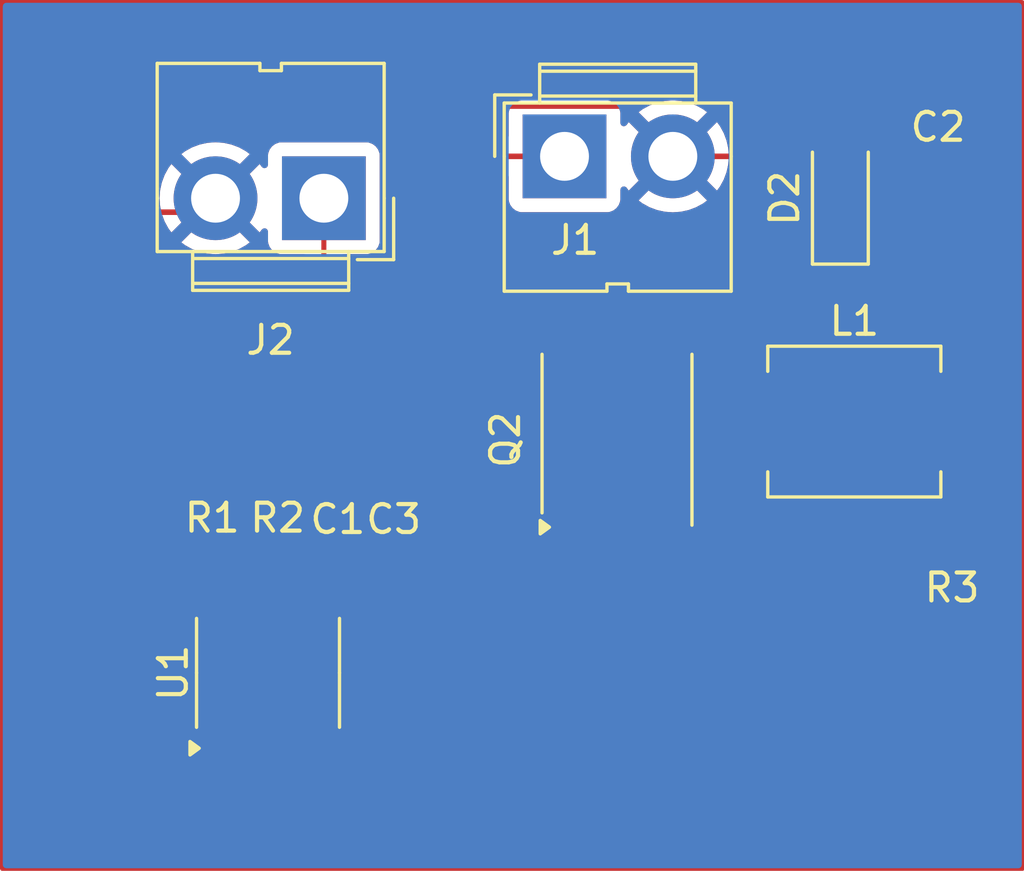
<source format=kicad_pcb>
(kicad_pcb (version 20240108) (generator "pcbnew") (generator_version "8.0")
  (layers (0 "F.Cu" signal) (31 "B.Cu" signal) (34 "B.Paste" user) (35 "F.Paste" user) (36 "B.SilkS" user "B.Silkscreen") (37 "F.SilkS" user "F.Silkscreen") (38 "B.Mask" user) (39 "F.Mask" user) (44 "Edge.Cuts" user))
  (net 0 "")
  (net 1 "Net-(U1-THR)")
  (net 2 "GND")
  (net 3 "Net-(C2-Pad1)")
  (net 4 "Net-(U1-CV)")
  (net 5 "Net-(D2-K)")
  (net 6 "Net-(J1-Pin_1)")
  (net 7 "Net-(J2-Pin_1)")
  (net 8 "Net-(Q2-G)")
  (net 9 "Net-(U1-DIS)")
  (footprint "Resistor_SMD:R_0201_0603Metric" (layer "F.Cu") (at 180 90.5)
    (property "Reference" "R1" (at 0 -1.05 360) (layer "F.SilkS"))
    (property "Value" "2.2k" (hide yes))
    (pad "1" smd roundrect (at -0.32 0) (size 0.46 0.4) (layers "F.Cu" "F.Mask") (net 7 "Net-(J2-Pin_1)"))
    (pad "2" smd roundrect (at 0.32 0) (size 0.46 0.4) (layers "F.Cu" "F.Mask") (net 9 "Net-(U1-DIS)"))
  )
  (footprint "Resistor_SMD:R_0201_0603Metric" (layer "F.Cu") (at 182.345 90.5)
    (property "Reference" "R2" (at 0 -1.05 360) (layer "F.SilkS"))
    (property "Value" "9.1k" (hide yes))
    (pad "1" smd roundrect (at -0.32 0) (size 0.46 0.4) (layers "F.Cu" "F.Mask") (net 9 "Net-(U1-DIS)"))
    (pad "2" smd roundrect (at 0.32 0) (size 0.46 0.4) (layers "F.Cu" "F.Mask") (net 1 "Net-(U1-THR)"))
  )
  (footprint "Connector:JWT_A3963_1x02_P3.96mm_Vertical" (layer "F.Cu") (at 184 78 180)
    (property "Reference" "J2" (at 1.91 -5.08 360) (layer "F.SilkS"))
    (property "Value" "Conn_01x02_Pin")
    (fp_line (start 5.97 4.83) (end 5.97 0) (stroke (width 0.12)) (layer "F.SilkS"))
    (fp_line (start 5.97 -1.91) (end 5.97 0) (stroke (width 0.12)) (layer "F.SilkS"))
    (fp_line (start 4.7 -1.91) (end 4.7 -3.3) (stroke (width 0.12)) (layer "F.SilkS"))
    (fp_line (start 2.29 4.83) (end 5.97 4.83) (stroke (width 0.12)) (layer "F.SilkS"))
    (fp_line (start 2.29 4.57) (end 2.29 4.83) (stroke (width 0.12)) (layer "F.SilkS"))
    (fp_line (start 1.52 4.83) (end 1.52 4.57) (stroke (width 0.12)) (layer "F.SilkS"))
    (fp_line (start 1.52 4.83) (end -2.16 4.83) (stroke (width 0.12)) (layer "F.SilkS"))
    (fp_line (start 1.52 4.57) (end 2.29 4.57) (stroke (width 0.12)) (layer "F.SilkS"))
    (fp_line (start -0.89 -1.91) (end -0.89 -3.3) (stroke (width 0.12)) (layer "F.SilkS"))
    (fp_line (start -0.89 -2.16) (end 4.7 -2.16) (stroke (width 0.12)) (layer "F.SilkS"))
    (fp_line (start -0.89 -3.05) (end 4.7 -3.05) (stroke (width 0.12)) (layer "F.SilkS"))
    (fp_line (start -0.89 -3.3) (end 4.7 -3.3) (stroke (width 0.12)) (layer "F.SilkS"))
    (fp_line (start -1.2 -2.2) (end -2.5 -2.2) (stroke (width 0.12)) (layer "F.SilkS"))
    (fp_line (start -2.16 0) (end -2.16 4.83) (stroke (width 0.12)) (layer "F.SilkS"))
    (fp_line (start -2.16 -1.91) (end 5.97 -1.91) (stroke (width 0.12)) (layer "F.SilkS"))
    (fp_line (start -2.16 -1.91) (end -2.16 0) (stroke (width 0.12)) (layer "F.SilkS"))
    (fp_line (start -2.5 -2.2) (end -2.5 0) (stroke (width 0.12)) (layer "F.SilkS"))
    (pad "1" thru_hole rect (at 0 0 180) (size 3 3) (drill 1.75) (layers "*.Cu" "*.Mask") (net 7 "Net-(J2-Pin_1)"))
    (pad "2" thru_hole circle (at 3.88 0 180) (size 3 3) (drill 1.75) (layers "*.Cu" "*.Mask") (net 2 "GND"))
  )
  (footprint "Capacitor_SMD:C_0201_0603Metric" (layer "F.Cu") (at 184.345 90.5)
    (property "Reference" "C1" (at 0.155 -1 360) (layer "F.SilkS"))
    (property "Value" "680p" (hide yes))
    (pad "1" smd roundrect (at -0.32 0) (size 0.46 0.4) (layers "F.Cu" "F.Mask") (net 1 "Net-(U1-THR)"))
    (pad "2" smd roundrect (at 0.32 0) (size 0.46 0.4) (layers "F.Cu" "F.Mask") (net 2 "GND"))
  )
  (footprint "Inductor_SMD:L_Neosid_SM-PIC0512H" (layer "F.Cu") (at 203 86)
    (property "Reference" "L1" (at 0 -3.6 360) (layer "F.SilkS"))
    (property "Value" "37u")
    (fp_line (start -3.1 -2.7) (end -3.1 -1.8) (stroke (width 0.12)) (layer "F.SilkS"))
    (fp_line (start -3.1 2.7) (end -3.1 1.8) (stroke (width 0.12)) (layer "F.SilkS"))
    (fp_line (start 3.1 -2.7) (end -3.1 -2.7) (stroke (width 0.12)) (layer "F.SilkS"))
    (fp_line (start 3.1 -2.7) (end 3.1 -1.8) (stroke (width 0.12)) (layer "F.SilkS"))
    (fp_line (start 3.1 1.8) (end 3.1 2.7) (stroke (width 0.12)) (layer "F.SilkS"))
    (fp_line (start 3.1 2.7) (end -3.1 2.7) (stroke (width 0.12)) (layer "F.SilkS"))
    (pad "1" smd rect (at -2.5 0 180) (size 2 2.5) (layers "F.Cu" "F.Paste" "F.Mask") (net 5 "Net-(D2-K)"))
    (pad "2" smd rect (at 2.5 0 180) (size 2 2.5) (layers "F.Cu" "F.Paste" "F.Mask") (net 3 "Net-(C2-Pad1)"))
  )
  (footprint "Package_TO_SOT_SMD:TDSON-8-1" (layer "F.Cu") (at 194.5 86.65 90)
    (property "Reference" "Q2" (at 0 -4 90) (layer "F.SilkS"))
    (property "Value" "BSC082N10LS" (hide yes))
    (fp_line (start 3.06 -2.685) (end -2.62 -2.685) (stroke (width 0.12)) (layer "F.SilkS"))
    (fp_line (start 3.06 2.685) (end -3.06 2.685) (stroke (width 0.12)) (layer "F.SilkS"))
    (fp_poly (pts (xy -3.131622 -2.42027) (xy -3.371622 -2.75027) (xy -2.891622 -2.75027) (xy -3.131622 -2.42027)) (stroke (width 0.12)) (fill solid) (layer "F.SilkS"))
    (pad "1" smd roundrect (at -2.9 -1.905 90) (size 0.85 0.5) (layers "F.Cu" "F.Paste" "F.Mask") (net 6 "Net-(J1-Pin_1)"))
    (pad "2" smd roundrect (at -2.9 -0.635 90) (size 0.85 0.5) (layers "F.Cu" "F.Paste" "F.Mask") (net 6 "Net-(J1-Pin_1)"))
    (pad "3" smd roundrect (at -2.9 0.635 90) (size 0.85 0.5) (layers "F.Cu" "F.Paste" "F.Mask") (net 6 "Net-(J1-Pin_1)"))
    (pad "4" smd roundrect (at -2.9 1.905 90) (size 0.85 0.5) (layers "F.Cu" "F.Paste" "F.Mask") (net 8 "Net-(Q2-G)"))
    (pad "5" smd rect (at 1.05 0 90) (size 4.55 4.41) (layers "F.Cu") (net 5 "Net-(D2-K)"))
  )
  (footprint "Capacitor_SMD:C_0201_0603Metric" (layer "F.Cu") (at 206 76.5)
    (property "Reference" "C2" (at 0 -1.05 0) (layer "F.SilkS"))
    (property "Value" "32u" (hide yes))
    (pad "1" smd roundrect (at -0.32 0) (size 0.46 0.4) (layers "F.Cu" "F.Mask") (net 3 "Net-(C2-Pad1)"))
    (pad "2" smd roundrect (at 0.32 0) (size 0.46 0.4) (layers "F.Cu" "F.Mask") (net 2 "GND"))
  )
  (footprint "Capacitor_SMD:C_0201_0603Metric" (layer "F.Cu") (at 186.68 90.5 180)
    (property "Reference" "C3" (at 0.18 1 360) (layer "F.SilkS"))
    (property "Value" "0.01u" (hide yes))
    (pad "1" smd roundrect (at -0.32 0 180) (size 0.46 0.4) (layers "F.Cu" "F.Mask") (net 4 "Net-(U1-CV)"))
    (pad "2" smd roundrect (at 0.32 0 180) (size 0.46 0.4) (layers "F.Cu" "F.Mask") (net 2 "GND"))
  )
  (footprint "Diode_SMD:D_SOD-123" (layer "F.Cu") (at 202.5 78 90)
    (property "Reference" "D2" (at 0 -2 90) (layer "F.SilkS"))
    (property "Value" "PMEG4010BEA" (hide yes))
    (fp_line (start -2.36 -1) (end 1.65 -1) (stroke (width 0.12)) (layer "F.SilkS"))
    (fp_line (start -2.36 -1) (end -2.36 1) (stroke (width 0.12)) (layer "F.SilkS"))
    (fp_line (start -2.36 1) (end 1.65 1) (stroke (width 0.12)) (layer "F.SilkS"))
    (pad "1" smd roundrect (at -1.65 0 90) (size 0.9 1.2) (layers "F.Cu" "F.Paste" "F.Mask") (net 5 "Net-(D2-K)"))
    (pad "2" smd roundrect (at 1.65 0 90) (size 0.9 1.2) (layers "F.Cu" "F.Paste" "F.Mask") (net 2 "GND"))
  )
  (footprint "Resistor_SMD:R_0201_0603Metric" (layer "F.Cu") (at 206.5 93)
    (property "Reference" "R3" (at 0 -1.05 0) (layer "F.SilkS"))
    (property "Value" "1.16" (hide yes))
    (pad "1" smd roundrect (at -0.32 0) (size 0.46 0.4) (layers "F.Cu" "F.Mask") (net 3 "Net-(C2-Pad1)"))
    (pad "2" smd roundrect (at 0.32 0) (size 0.46 0.4) (layers "F.Cu" "F.Mask") (net 2 "GND"))
  )
  (footprint "Connector:JWT_A3963_1x02_P3.96mm_Vertical" (layer "F.Cu") (at 192.62 76.5)
    (property "Reference" "J1" (at 0.38 3 0) (layer "F.SilkS"))
    (property "Value" "Conn_01x02_Pin")
    (fp_line (start -2.5 -2.2) (end -2.5 0) (stroke (width 0.12)) (layer "F.SilkS"))
    (fp_line (start -2.16 -1.91) (end -2.16 0) (stroke (width 0.12)) (layer "F.SilkS"))
    (fp_line (start -2.16 -1.91) (end 5.97 -1.91) (stroke (width 0.12)) (layer "F.SilkS"))
    (fp_line (start -2.16 0) (end -2.16 4.83) (stroke (width 0.12)) (layer "F.SilkS"))
    (fp_line (start -1.2 -2.2) (end -2.5 -2.2) (stroke (width 0.12)) (layer "F.SilkS"))
    (fp_line (start -0.89 -3.3) (end 4.7 -3.3) (stroke (width 0.12)) (layer "F.SilkS"))
    (fp_line (start -0.89 -3.05) (end 4.7 -3.05) (stroke (width 0.12)) (layer "F.SilkS"))
    (fp_line (start -0.89 -2.16) (end 4.7 -2.16) (stroke (width 0.12)) (layer "F.SilkS"))
    (fp_line (start -0.89 -1.91) (end -0.89 -3.3) (stroke (width 0.12)) (layer "F.SilkS"))
    (fp_line (start 1.52 4.57) (end 2.29 4.57) (stroke (width 0.12)) (layer "F.SilkS"))
    (fp_line (start 1.52 4.83) (end -2.16 4.83) (stroke (width 0.12)) (layer "F.SilkS"))
    (fp_line (start 1.52 4.83) (end 1.52 4.57) (stroke (width 0.12)) (layer "F.SilkS"))
    (fp_line (start 2.29 4.57) (end 2.29 4.83) (stroke (width 0.12)) (layer "F.SilkS"))
    (fp_line (start 2.29 4.83) (end 5.97 4.83) (stroke (width 0.12)) (layer "F.SilkS"))
    (fp_line (start 4.7 -1.91) (end 4.7 -3.3) (stroke (width 0.12)) (layer "F.SilkS"))
    (fp_line (start 5.97 -1.91) (end 5.97 0) (stroke (width 0.12)) (layer "F.SilkS"))
    (fp_line (start 5.97 4.83) (end 5.97 0) (stroke (width 0.12)) (layer "F.SilkS"))
    (pad "1" thru_hole rect (at 0 0) (size 3 3) (drill 1.75) (layers "*.Cu" "*.Mask") (net 6 "Net-(J1-Pin_1)"))
    (pad "2" thru_hole circle (at 3.88 0) (size 3 3) (drill 1.75) (layers "*.Cu" "*.Mask") (net 2 "GND"))
  )
  (footprint "Package_SO:SOIC-8_3.9x4.9mm_P1.27mm" (layer "F.Cu") (at 182 95 90)
    (property "Reference" "U1" (at 0 -3.4 90) (layer "F.SilkS"))
    (property "Value" "ICM7555xB")
    (fp_line (start 0 -2.56) (end 1.95 -2.56) (stroke (width 0.12)) (layer "F.SilkS"))
    (fp_line (start 0 -2.56) (end -1.95 -2.56) (stroke (width 0.12)) (layer "F.SilkS"))
    (fp_line (start 0 2.56) (end 1.95 2.56) (stroke (width 0.12)) (layer "F.SilkS"))
    (fp_line (start 0 2.56) (end -1.95 2.56) (stroke (width 0.12)) (layer "F.SilkS"))
    (fp_poly (pts (xy -2.7 -2.465) (xy -2.94 -2.795) (xy -2.46 -2.795) (xy -2.7 -2.465)) (stroke (width 0.12)) (fill solid) (layer "F.SilkS"))
    (pad "1" smd roundrect (at -2.475 -1.905 90) (size 1.95 0.6) (layers "F.Cu" "F.Paste" "F.Mask") (net 2 "GND"))
    (pad "2" smd roundrect (at -2.475 -0.635 90) (size 1.95 0.6) (layers "F.Cu" "F.Paste" "F.Mask") (net 1 "Net-(U1-THR)"))
    (pad "3" smd roundrect (at -2.475 0.635 90) (size 1.95 0.6) (layers "F.Cu" "F.Paste" "F.Mask") (net 8 "Net-(Q2-G)"))
    (pad "4" smd roundrect (at -2.475 1.905 90) (size 1.95 0.6) (layers "F.Cu" "F.Paste" "F.Mask") (net 7 "Net-(J2-Pin_1)"))
    (pad "5" smd roundrect (at 2.475 1.905 90) (size 1.95 0.6) (layers "F.Cu" "F.Paste" "F.Mask") (net 4 "Net-(U1-CV)"))
    (pad "6" smd roundrect (at 2.475 0.635 90) (size 1.95 0.6) (layers "F.Cu" "F.Paste" "F.Mask") (net 1 "Net-(U1-THR)"))
    (pad "7" smd roundrect (at 2.475 -0.635 90) (size 1.95 0.6) (layers "F.Cu" "F.Paste" "F.Mask") (net 9 "Net-(U1-DIS)"))
    (pad "8" smd roundrect (at 2.475 -1.905 90) (size 1.95 0.6) (layers "F.Cu" "F.Paste" "F.Mask") (net 7 "Net-(J2-Pin_1)"))
  )
  (gr_rect (start 172.5 71) (end 209 102) (stroke (width 0.2)) (fill none) (layer "F.Cu") (net 2))
  (segment (start 182.635 93.499999) (end 181.365 94.769999) (width 0.2) (layer "F.Cu") (net 1))
  (segment (start 182.665 90.5) (end 184.025 90.5) (width 0.15) (layer "F.Cu") (net 1))
  (segment (start 182.635 92.525) (end 182.635 93.499999) (width 0.2) (layer "F.Cu") (net 1))
  (segment (start 182.665 90.5) (end 182.665 92.495) (width 0.15) (layer "F.Cu") (net 1))
  (segment (start 181.365 94.769999) (end 181.365 97.475) (width 0.2) (layer "F.Cu") (net 1))
  (segment (start 182.665 92.495) (end 182.635 92.525) (width 0.2) (layer "F.Cu") (net 1))
  (segment (start 201.7 76.5) (end 196.5 76.5) (width 0.2) (layer "F.Cu") (net 2))
  (segment (start 206.32 76.5) (end 206.32 76.300001) (width 0.2) (layer "F.Cu") (net 2))
  (segment (start 202.85 76) (end 202.5 76.35) (width 0.2) (layer "F.Cu") (net 2))
  (segment (start 177 78.5) (end 179.62 78.5) (width 0.2) (layer "F.Cu") (net 2))
  (segment (start 206.32 76.300001) (end 206.019999 76) (width 0.2) (layer "F.Cu") (net 2))
  (segment (start 196.5 76.5) (end 194.7 74.7) (width 0.2) (layer "F.Cu") (net 2))
  (segment (start 183.42 74.7) (end 180.12 78) (width 0.2) (layer "F.Cu") (net 2))
  (segment (start 179.62 78.5) (end 180.12 78) (width 0.2) (layer "F.Cu") (net 2))
  (segment (start 180.095 99.905) (end 180 100) (width 0.2) (layer "F.Cu") (net 2))
  (segment (start 194.7 74.7) (end 183.42 74.7) (width 0.2) (layer "F.Cu") (net 2))
  (segment (start 202.5 76.35) (end 201.85 76.35) (width 0.2) (layer "F.Cu") (net 2))
  (segment (start 180 100) (end 177 100) (width 0.2) (layer "F.Cu") (net 2))
  (segment (start 206.82 77) (end 206.32 76.5) (width 0.2) (layer "F.Cu") (net 2))
  (segment (start 180.095 97.475) (end 180.095 99.905) (width 0.2) (layer "F.Cu") (net 2))
  (segment (start 206.82 93) (end 206.82 77) (width 0.2) (layer "F.Cu") (net 2))
  (segment (start 201.85 76.35) (end 201.7 76.5) (width 0.2) (layer "F.Cu") (net 2))
  (segment (start 206.019999 76) (end 202.85 76) (width 0.2) (layer "F.Cu") (net 2))
  (segment (start 177 100) (end 177 78.5) (width 0.2) (layer "F.Cu") (net 2))
  (segment (start 205.5 86) (end 205.5 92.32) (width 0.2) (layer "F.Cu") (net 3))
  (segment (start 205.68 76.5) (end 205.68 85.82) (width 0.2) (layer "F.Cu") (net 3))
  (segment (start 205.68 85.82) (end 205.5 86) (width 0.2) (layer "F.Cu") (net 3))
  (segment (start 205.5 92.32) (end 206.18 93) (width 0.2) (layer "F.Cu") (net 3))
  (segment (start 187 92.5) (end 186.975 92.525) (width 0.2) (layer "F.Cu") (net 4))
  (segment (start 187 90.5) (end 187 92.5) (width 0.2) (layer "F.Cu") (net 4))
  (segment (start 186.975 92.525) (end 183.905 92.525) (width 0.2) (layer "F.Cu") (net 4))
  (segment (start 194.9 86) (end 194.5 85.6) (width 0.2) (layer "F.Cu") (net 5))
  (segment (start 200.5 81.65) (end 202.5 79.65) (width 0.2) (layer "F.Cu") (net 5))
  (segment (start 200.5 86) (end 200.5 81.65) (width 0.2) (layer "F.Cu") (net 5))
  (segment (start 200.5 86) (end 194.9 86) (width 0.2) (layer "F.Cu") (net 5))
  (segment (start 202.85 79.65) (end 203 79.5) (width 0.2) (layer "F.Cu") (net 5))
  (segment (start 202.5 79.65) (end 202.85 79.65) (width 0.2) (layer "F.Cu") (net 5))
  (segment (start 188.5 77) (end 188.5 88.5) (width 0.2) (layer "F.Cu") (net 6))
  (segment (start 189.5 89.5) (end 190 89.5) (width 0.2) (layer "F.Cu") (net 6))
  (segment (start 190 89.5) (end 190.05 89.55) (width 0.2) (layer "F.Cu") (net 6))
  (segment (start 192.595 89.55) (end 193.865 89.55) (width 0.2) (layer "F.Cu") (net 6))
  (segment (start 192.62 76.5) (end 189 76.5) (width 0.2) (layer "F.Cu") (net 6))
  (segment (start 188.5 88.5) (end 189.5 89.5) (width 0.2) (layer "F.Cu") (net 6))
  (segment (start 189 76.5) (end 188.5 77) (width 0.2) (layer "F.Cu") (net 6))
  (segment (start 190.05 89.55) (end 192.595 89.55) (width 0.2) (layer "F.Cu") (net 6))
  (segment (start 193.865 89.55) (end 195.135 89.55) (width 0.2) (layer "F.Cu") (net 6))
  (segment (start 189 90.5) (end 184 85.5) (width 0.2) (layer "F.Cu") (net 7))
  (segment (start 183.5 86) (end 184 85.5) (width 0.18) (layer "F.Cu") (net 7))
  (segment (start 180 86) (end 183.5 86) (width 0.18) (layer "F.Cu") (net 7))
  (segment (start 189 96.5) (end 189 90.5) (width 0.2) (layer "F.Cu") (net 7))
  (segment (start 179.68 92.11) (end 179.68 90.5) (width 0.18) (layer "F.Cu") (net 7))
  (segment (start 183.905 97.475) (end 187.975 97.475) (width 0.2) (layer "F.Cu") (net 7))
  (segment (start 179.68 90.5) (end 179.68 86.32) (width 0.15) (layer "F.Cu") (net 7))
  (segment (start 184 85.5) (end 184 78) (width 0.18) (layer "F.Cu") (net 7))
  (segment (start 180.095 92.525) (end 179.68 92.11) (width 0.2) (layer "F.Cu") (net 7))
  (segment (start 187.975 97.475) (end 188 97.5) (width 0.2) (layer "F.Cu") (net 7))
  (segment (start 179.68 86.32) (end 180 86) (width 0.18) (layer "F.Cu") (net 7))
  (segment (start 188 97.5) (end 189 96.5) (width 0.2) (layer "F.Cu") (net 7))
  (segment (start 196.405 98.095) (end 194 100.5) (width 0.2) (layer "F.Cu") (net 8))
  (segment (start 182.5 100.5) (end 182.335001 100.335001) (width 0.2) (layer "F.Cu") (net 8))
  (segment (start 194 100.5) (end 182.5 100.5) (width 0.2) (layer "F.Cu") (net 8))
  (segment (start 196.405 89.55) (end 196.405 98.095) (width 0.2) (layer "F.Cu") (net 8))
  (segment (start 182.335001 100.335001) (end 182.335001 97.774999) (width 0.2) (layer "F.Cu") (net 8))
  (segment (start 182.335001 97.774999) (end 182.635 97.475) (width 0.2) (layer "F.Cu") (net 8))
  (segment (start 181.5 90.5) (end 182.025 90.5) (width 0.15) (layer "F.Cu") (net 9))
  (segment (start 181.23 90.5) (end 181.365 90.635) (width 0.15) (layer "F.Cu") (net 9))
  (segment (start 180.32 90.5) (end 181.23 90.5) (width 0.15) (layer "F.Cu") (net 9))
  (segment (start 181.365 90.635) (end 181.5 90.5) (width 0.15) (layer "F.Cu") (net 9))
  (segment (start 181.365 90.635) (end 181.365 92.525) (width 0.15) (layer "F.Cu") (net 9))
  (zone (net 2) (net_name "GND") (layers "F&B.Cu") (connect_pads (clearance 0.5)) (min_thickness 0.25) (fill yes (thermal_gap 0.5) (thermal_bridge_width 0.5))
    (polygon (pts (xy 172.5 102) (xy 172.5 71) (xy 209 71) (xy 209 102)))
  )
)
</source>
